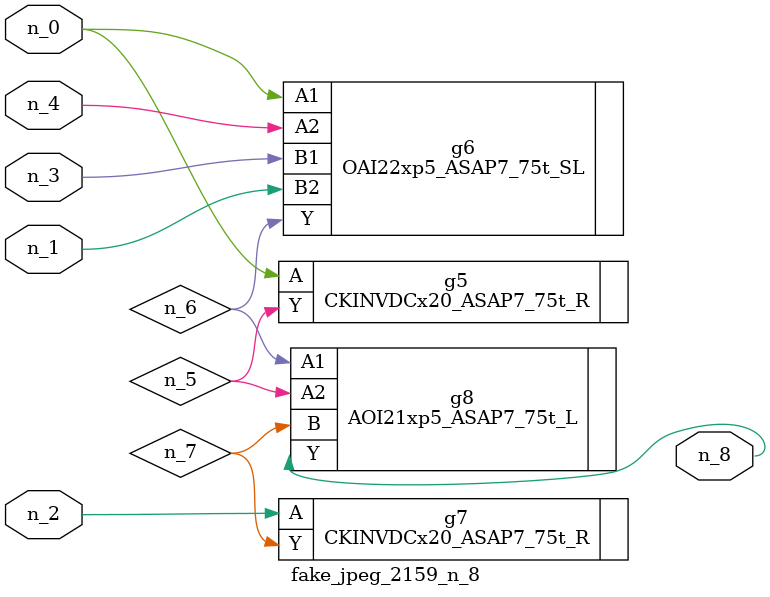
<source format=v>
module fake_jpeg_2159_n_8 (n_3, n_2, n_1, n_0, n_4, n_8);

input n_3;
input n_2;
input n_1;
input n_0;
input n_4;

output n_8;

wire n_6;
wire n_5;
wire n_7;

CKINVDCx20_ASAP7_75t_R g5 ( 
.A(n_0),
.Y(n_5)
);

OAI22xp5_ASAP7_75t_SL g6 ( 
.A1(n_0),
.A2(n_4),
.B1(n_3),
.B2(n_1),
.Y(n_6)
);

CKINVDCx20_ASAP7_75t_R g7 ( 
.A(n_2),
.Y(n_7)
);

AOI21xp5_ASAP7_75t_L g8 ( 
.A1(n_6),
.A2(n_5),
.B(n_7),
.Y(n_8)
);


endmodule
</source>
